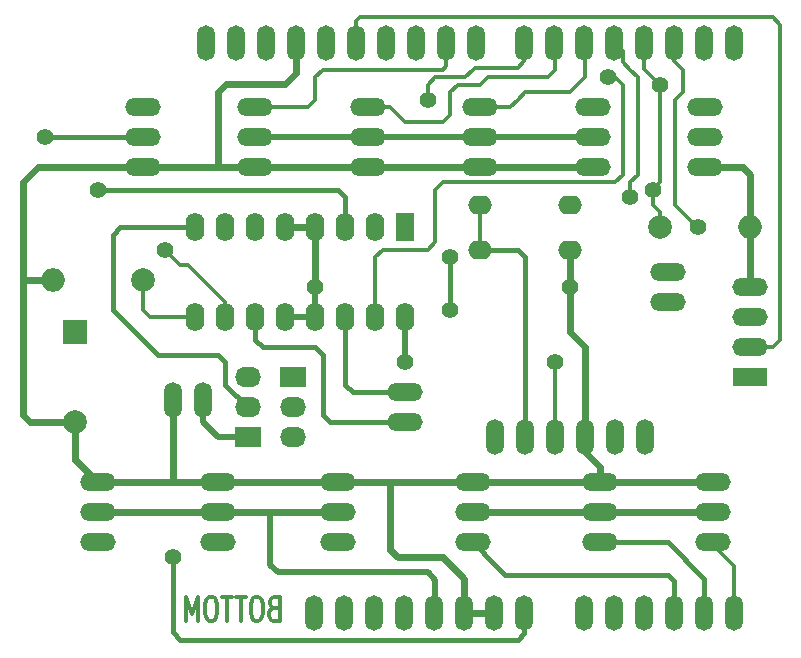
<source format=gbr>
G04 #@! TF.FileFunction,Copper,L2,Bot,Signal*
%FSLAX46Y46*%
G04 Gerber Fmt 4.6, Leading zero omitted, Abs format (unit mm)*
G04 Created by KiCad (PCBNEW 4.0.4-stable) date 06/07/18 19:23:55*
%MOMM*%
%LPD*%
G01*
G04 APERTURE LIST*
%ADD10C,0.100000*%
%ADD11C,0.300000*%
%ADD12O,3.010000X1.510000*%
%ADD13O,1.510000X3.000000*%
%ADD14R,1.600000X2.400000*%
%ADD15O,1.600000X2.400000*%
%ADD16R,2.000000X2.000000*%
%ADD17C,2.000000*%
%ADD18R,3.000000X1.510000*%
%ADD19O,3.000000X1.510000*%
%ADD20O,1.510000X3.010000*%
%ADD21O,2.000000X1.600000*%
%ADD22O,2.000000X2.000000*%
%ADD23R,2.200000X1.700000*%
%ADD24O,2.200000X1.700000*%
%ADD25C,1.400000*%
%ADD26C,0.508000*%
%ADD27C,0.406400*%
%ADD28C,0.609600*%
%ADD29C,0.304800*%
G04 APERTURE END LIST*
D10*
D11*
X138719286Y-128759857D02*
X138505000Y-128856619D01*
X138433572Y-128953381D01*
X138362143Y-129146905D01*
X138362143Y-129437190D01*
X138433572Y-129630714D01*
X138505000Y-129727476D01*
X138647858Y-129824238D01*
X139219286Y-129824238D01*
X139219286Y-127792238D01*
X138719286Y-127792238D01*
X138576429Y-127889000D01*
X138505000Y-127985762D01*
X138433572Y-128179286D01*
X138433572Y-128372810D01*
X138505000Y-128566333D01*
X138576429Y-128663095D01*
X138719286Y-128759857D01*
X139219286Y-128759857D01*
X137433572Y-127792238D02*
X137147858Y-127792238D01*
X137005000Y-127889000D01*
X136862143Y-128082524D01*
X136790715Y-128469571D01*
X136790715Y-129146905D01*
X136862143Y-129533952D01*
X137005000Y-129727476D01*
X137147858Y-129824238D01*
X137433572Y-129824238D01*
X137576429Y-129727476D01*
X137719286Y-129533952D01*
X137790715Y-129146905D01*
X137790715Y-128469571D01*
X137719286Y-128082524D01*
X137576429Y-127889000D01*
X137433572Y-127792238D01*
X136362143Y-127792238D02*
X135505000Y-127792238D01*
X135933571Y-129824238D02*
X135933571Y-127792238D01*
X135219286Y-127792238D02*
X134362143Y-127792238D01*
X134790714Y-129824238D02*
X134790714Y-127792238D01*
X133576429Y-127792238D02*
X133290715Y-127792238D01*
X133147857Y-127889000D01*
X133005000Y-128082524D01*
X132933572Y-128469571D01*
X132933572Y-129146905D01*
X133005000Y-129533952D01*
X133147857Y-129727476D01*
X133290715Y-129824238D01*
X133576429Y-129824238D01*
X133719286Y-129727476D01*
X133862143Y-129533952D01*
X133933572Y-129146905D01*
X133933572Y-128469571D01*
X133862143Y-128082524D01*
X133719286Y-127889000D01*
X133576429Y-127792238D01*
X132290714Y-129824238D02*
X132290714Y-127792238D01*
X131790714Y-129243667D01*
X131290714Y-127792238D01*
X131290714Y-129824238D01*
D12*
X172085000Y-102870000D03*
X172085000Y-100330000D03*
X149860000Y-113030000D03*
X149860000Y-110490000D03*
D13*
X142151100Y-129133600D03*
X147231100Y-129133600D03*
X149771100Y-129133600D03*
X152311100Y-129133600D03*
X154851100Y-129133600D03*
X157391100Y-129133600D03*
X159931100Y-129133600D03*
X165011100Y-129133600D03*
X175171100Y-129133600D03*
X177711100Y-129133600D03*
X177711100Y-80873600D03*
X140627100Y-80873600D03*
X138087100Y-80873600D03*
X135547100Y-80873600D03*
X133007100Y-80873600D03*
X144691100Y-129133600D03*
X167551100Y-129133600D03*
X170091100Y-129133600D03*
X172631100Y-129133600D03*
X175171100Y-80873600D03*
X172631100Y-80873600D03*
X170091100Y-80873600D03*
X167551100Y-80873600D03*
X165011100Y-80873600D03*
X162471100Y-80873600D03*
X159931100Y-80873600D03*
X155867100Y-80873600D03*
X153327100Y-80873600D03*
X150787100Y-80873600D03*
X148247100Y-80873600D03*
X145707100Y-80873600D03*
X143167100Y-80873600D03*
D14*
X149860000Y-96520000D03*
D15*
X132080000Y-104140000D03*
X147320000Y-96520000D03*
X134620000Y-104140000D03*
X144780000Y-96520000D03*
X137160000Y-104140000D03*
X142240000Y-96520000D03*
X139700000Y-104140000D03*
X139700000Y-96520000D03*
X142240000Y-104140000D03*
X137160000Y-96520000D03*
X144780000Y-104140000D03*
X134620000Y-96520000D03*
X147320000Y-104140000D03*
X132080000Y-96520000D03*
X149860000Y-104140000D03*
D16*
X121920000Y-105410000D03*
D17*
X121920000Y-113010000D03*
D18*
X179070000Y-109220000D03*
D19*
X179070000Y-106680000D03*
X179070000Y-104140000D03*
X179070000Y-101600000D03*
D20*
X170180000Y-114300000D03*
X167640000Y-114300000D03*
X165100000Y-114300000D03*
X162560000Y-114300000D03*
X160020000Y-114300000D03*
X157480000Y-114300000D03*
D21*
X156210000Y-98425000D03*
X163830000Y-98425000D03*
X163830000Y-94615000D03*
X156210000Y-94615000D03*
D12*
X123825000Y-123190000D03*
X123825000Y-120650000D03*
X123825000Y-118110000D03*
X133985000Y-123190000D03*
X133985000Y-120650000D03*
X133985000Y-118110000D03*
X144145000Y-123190000D03*
X144145000Y-120650000D03*
X144145000Y-118110000D03*
X155575000Y-123190000D03*
X155575000Y-120650000D03*
X155575000Y-118110000D03*
X166370000Y-123190000D03*
X166370000Y-120650000D03*
X166370000Y-118110000D03*
X175895000Y-123190000D03*
X175895000Y-120650000D03*
X175895000Y-118110000D03*
D17*
X171450000Y-96520000D03*
D22*
X179070000Y-96520000D03*
D17*
X127635000Y-100965000D03*
D22*
X120015000Y-100965000D03*
D12*
X156210000Y-86360000D03*
X156210000Y-88900000D03*
X156210000Y-91440000D03*
X146685000Y-86360000D03*
X146685000Y-88900000D03*
X146685000Y-91440000D03*
X137160000Y-86360000D03*
X137160000Y-88900000D03*
X137160000Y-91440000D03*
X127635000Y-86360000D03*
X127635000Y-88900000D03*
X127635000Y-91440000D03*
X165735000Y-86360000D03*
X165735000Y-88900000D03*
X165735000Y-91440000D03*
X175260000Y-86360000D03*
X175260000Y-88900000D03*
X175260000Y-91440000D03*
D23*
X140335000Y-109220000D03*
D24*
X140335000Y-111760000D03*
X140335000Y-114300000D03*
D20*
X132715000Y-111125000D03*
X130175000Y-111125000D03*
D23*
X136525000Y-114300000D03*
D24*
X136525000Y-111760000D03*
X136525000Y-109220000D03*
D25*
X119380000Y-88900000D03*
X149860000Y-107950000D03*
X130175000Y-124460000D03*
X142240000Y-101600000D03*
X163830000Y-101600000D03*
X123825000Y-93345000D03*
X153670000Y-103505000D03*
X153670000Y-99060000D03*
X168910000Y-93980000D03*
X151765000Y-85725000D03*
X129540000Y-98425000D03*
X167005000Y-83820000D03*
X162560000Y-107950000D03*
X174625000Y-96520000D03*
X170815000Y-93345000D03*
X171450000Y-84455000D03*
D26*
X156210000Y-88900000D02*
X165735000Y-88900000D01*
X138430000Y-120650000D02*
X138430000Y-122555000D01*
X152400000Y-126365000D02*
X152400000Y-129044700D01*
X151765000Y-125730000D02*
X152400000Y-126365000D01*
X139065000Y-125730000D02*
X151765000Y-125730000D01*
X138430000Y-125095000D02*
X139065000Y-125730000D01*
X138430000Y-122555000D02*
X138430000Y-125095000D01*
D27*
X119380000Y-88900000D02*
X127635000Y-88900000D01*
D26*
X146685000Y-88900000D02*
X137160000Y-88900000D01*
X156210000Y-88900000D02*
X146685000Y-88900000D01*
D27*
X152400000Y-129044700D02*
X152311100Y-129133600D01*
D26*
X149860000Y-104140000D02*
X149860000Y-106680000D01*
X149860000Y-106680000D02*
X149860000Y-107950000D01*
D28*
X154940000Y-88900000D02*
X156210000Y-88900000D01*
X123825000Y-120650000D02*
X128270000Y-120650000D01*
X128270000Y-120650000D02*
X133985000Y-120650000D01*
X166370000Y-120650000D02*
X175895000Y-120650000D01*
X155575000Y-120650000D02*
X161925000Y-120650000D01*
X161925000Y-120650000D02*
X166370000Y-120650000D01*
X144780000Y-120650000D02*
X138430000Y-120650000D01*
X138430000Y-120650000D02*
X133985000Y-120650000D01*
D27*
X155486100Y-120650000D02*
X155575000Y-120650000D01*
X127000000Y-96520000D02*
X125730000Y-96520000D01*
X132080000Y-96520000D02*
X127000000Y-96520000D01*
X134620000Y-109855000D02*
X136525000Y-111760000D01*
X134620000Y-107950000D02*
X134620000Y-109855000D01*
X133985000Y-107315000D02*
X134620000Y-107950000D01*
X128905000Y-107315000D02*
X133985000Y-107315000D01*
X125095000Y-103505000D02*
X128905000Y-107315000D01*
X125095000Y-97155000D02*
X125095000Y-103505000D01*
X125730000Y-96520000D02*
X125095000Y-97155000D01*
X159931100Y-130721100D02*
X159931100Y-130898900D01*
X159931100Y-130898900D02*
X159385000Y-131445000D01*
X159385000Y-131445000D02*
X130810000Y-131445000D01*
X130810000Y-131445000D02*
X130175000Y-130810000D01*
X130175000Y-130810000D02*
X130175000Y-124460000D01*
X159931100Y-130721100D02*
X159931100Y-129133600D01*
D28*
X179070000Y-96520000D02*
X179070000Y-101600000D01*
X130175000Y-111125000D02*
X130175000Y-118110000D01*
X121920000Y-113010000D02*
X121920000Y-116205000D01*
X121920000Y-116205000D02*
X123825000Y-118110000D01*
X154851100Y-126365000D02*
X154851100Y-126276100D01*
X154851100Y-126276100D02*
X153035000Y-124460000D01*
X148590000Y-120015000D02*
X148590000Y-118110000D01*
X148590000Y-123825000D02*
X148590000Y-120015000D01*
X149225000Y-124460000D02*
X148590000Y-123825000D01*
X153035000Y-124460000D02*
X149225000Y-124460000D01*
X154851100Y-129133600D02*
X154851100Y-126365000D01*
X175260000Y-91440000D02*
X178435000Y-91440000D01*
X179070000Y-92075000D02*
X179070000Y-96520000D01*
X178435000Y-91440000D02*
X179070000Y-92075000D01*
X165100000Y-114300000D02*
X165100000Y-106680000D01*
X163830000Y-105410000D02*
X163830000Y-101600000D01*
X165100000Y-106680000D02*
X163830000Y-105410000D01*
X163830000Y-101600000D02*
X163830000Y-98425000D01*
X156210000Y-91440000D02*
X165735000Y-91440000D01*
X117475000Y-104140000D02*
X117475000Y-112395000D01*
X117475000Y-100965000D02*
X117475000Y-104140000D01*
X118090000Y-113010000D02*
X121920000Y-113010000D01*
X117475000Y-112395000D02*
X118090000Y-113010000D01*
X133985000Y-118110000D02*
X144145000Y-118110000D01*
X166370000Y-118110000D02*
X175895000Y-118110000D01*
X165100000Y-114300000D02*
X165100000Y-115570000D01*
X165100000Y-115570000D02*
X166370000Y-116840000D01*
X166370000Y-116840000D02*
X166370000Y-118110000D01*
X155575000Y-118110000D02*
X166370000Y-118110000D01*
X144145000Y-118110000D02*
X148590000Y-118110000D01*
X148590000Y-118110000D02*
X151765000Y-118110000D01*
X151765000Y-118110000D02*
X155575000Y-118110000D01*
X133985000Y-118110000D02*
X130175000Y-118110000D01*
X130175000Y-118110000D02*
X123825000Y-118110000D01*
X120015000Y-100965000D02*
X117475000Y-100965000D01*
X117475000Y-100965000D02*
X117475000Y-92710000D01*
X117475000Y-92710000D02*
X118745000Y-91440000D01*
X118745000Y-91440000D02*
X127635000Y-91440000D01*
X133985000Y-91440000D02*
X133985000Y-85090000D01*
X140627100Y-83477100D02*
X140627100Y-80873600D01*
X140627100Y-83477100D02*
X139700000Y-84404200D01*
X139700000Y-84404200D02*
X134670800Y-84404200D01*
X134670800Y-84404200D02*
X133985000Y-85090000D01*
X137160000Y-91440000D02*
X133985000Y-91440000D01*
X133985000Y-91440000D02*
X127635000Y-91440000D01*
X146685000Y-91440000D02*
X137160000Y-91440000D01*
X156210000Y-91440000D02*
X146685000Y-91440000D01*
D26*
X142240000Y-104140000D02*
X139700000Y-104140000D01*
X142240000Y-101600000D02*
X142240000Y-104140000D01*
D28*
X142240000Y-96520000D02*
X142240000Y-101600000D01*
X139700000Y-96520000D02*
X142240000Y-96520000D01*
X154851100Y-129133600D02*
X157391100Y-129133600D01*
D27*
X172631100Y-129133600D02*
X172631100Y-126453900D01*
X157480000Y-125095000D02*
X155575000Y-123190000D01*
X158292800Y-125907800D02*
X157480000Y-125095000D01*
X172085000Y-125907800D02*
X158292800Y-125907800D01*
X172631100Y-126453900D02*
X172085000Y-125907800D01*
D29*
X181610000Y-83820000D02*
X181610000Y-79375000D01*
X145707100Y-79082900D02*
X146050000Y-78740000D01*
X146050000Y-78740000D02*
X180340000Y-78740000D01*
X181610000Y-83820000D02*
X181610000Y-106045000D01*
X181610000Y-106045000D02*
X180975000Y-106680000D01*
X179070000Y-106680000D02*
X180975000Y-106680000D01*
X145707100Y-79082900D02*
X145707100Y-80873600D01*
X180975000Y-78740000D02*
X180340000Y-78740000D01*
X181610000Y-79375000D02*
X180975000Y-78740000D01*
D27*
X148247100Y-79717900D02*
X148247100Y-80873600D01*
X147955000Y-80581500D02*
X148247100Y-80873600D01*
X144780000Y-96520000D02*
X144780000Y-93980000D01*
X123825000Y-93345000D02*
X144145000Y-93345000D01*
X144145000Y-93345000D02*
X144780000Y-93980000D01*
X153670000Y-99060000D02*
X153670000Y-103505000D01*
X140970000Y-106680000D02*
X141605000Y-106680000D01*
X141605000Y-106680000D02*
X142240000Y-106680000D01*
X142240000Y-106680000D02*
X142875000Y-107315000D01*
X142875000Y-107315000D02*
X142875000Y-112395000D01*
X142875000Y-112395000D02*
X143510000Y-113030000D01*
X143510000Y-113030000D02*
X149860000Y-113030000D01*
X137160000Y-104140000D02*
X137160000Y-106045000D01*
X137795000Y-106680000D02*
X137160000Y-106045000D01*
X140970000Y-106680000D02*
X137795000Y-106680000D01*
X144780000Y-106680000D02*
X144780000Y-109855000D01*
X144780000Y-109855000D02*
X145415000Y-110490000D01*
X145415000Y-110490000D02*
X149860000Y-110490000D01*
X144780000Y-104140000D02*
X144780000Y-106680000D01*
D29*
X168910000Y-83185000D02*
X169545000Y-83820000D01*
X168910000Y-83185000D02*
X168275000Y-82550000D01*
X168275000Y-81597500D02*
X168275000Y-82550000D01*
X168910000Y-92710000D02*
X168910000Y-93980000D01*
X169545000Y-92075000D02*
X168910000Y-92710000D01*
X169545000Y-83820000D02*
X169545000Y-92075000D01*
X168275000Y-81597500D02*
X167551100Y-80873600D01*
X129540000Y-98425000D02*
X130810000Y-99695000D01*
X152400000Y-83820000D02*
X154940000Y-83820000D01*
X151765000Y-84455000D02*
X152400000Y-83820000D01*
X155752800Y-83007200D02*
X155575000Y-83185000D01*
X159385000Y-83007200D02*
X155752800Y-83007200D01*
X159931100Y-82461100D02*
X159385000Y-83007200D01*
X159931100Y-80873600D02*
X159931100Y-82461100D01*
X134620000Y-102870000D02*
X133350000Y-101600000D01*
X134620000Y-102870000D02*
X134620000Y-104140000D01*
X154940000Y-83820000D02*
X155575000Y-83185000D01*
X151765000Y-85725000D02*
X151765000Y-84455000D01*
X131445000Y-99695000D02*
X133350000Y-101600000D01*
X130810000Y-99695000D02*
X131445000Y-99695000D01*
X167005000Y-92710000D02*
X167640000Y-92710000D01*
X150495000Y-98425000D02*
X151765000Y-98425000D01*
X147320000Y-99060000D02*
X147955000Y-98425000D01*
X147955000Y-98425000D02*
X150495000Y-98425000D01*
X147320000Y-99060000D02*
X147320000Y-104140000D01*
X153035000Y-92710000D02*
X167005000Y-92710000D01*
X152400000Y-93345000D02*
X153035000Y-92710000D01*
X152400000Y-96520000D02*
X152400000Y-93345000D01*
X152400000Y-97790000D02*
X152400000Y-96520000D01*
X151765000Y-98425000D02*
X152400000Y-97790000D01*
X167640000Y-83820000D02*
X167005000Y-83820000D01*
X168275000Y-84455000D02*
X167640000Y-83820000D01*
X168275000Y-91440000D02*
X168275000Y-84455000D01*
X168275000Y-92075000D02*
X168275000Y-91440000D01*
X167640000Y-92710000D02*
X168275000Y-92075000D01*
D27*
X166370000Y-123190000D02*
X172085000Y-123190000D01*
X175171100Y-126276100D02*
X175171100Y-129133600D01*
X172085000Y-123190000D02*
X175171100Y-126276100D01*
D29*
X177711100Y-129133600D02*
X177711100Y-125183900D01*
X177711100Y-125183900D02*
X175895000Y-123367800D01*
X175895000Y-123367800D02*
X175895000Y-123190000D01*
D27*
X175895000Y-123367800D02*
X175895000Y-123190000D01*
X175806100Y-123278900D02*
X175895000Y-123190000D01*
X156210000Y-98425000D02*
X159385000Y-98425000D01*
X160020000Y-100330000D02*
X160020000Y-114300000D01*
X160020000Y-99060000D02*
X160020000Y-100330000D01*
X159385000Y-98425000D02*
X160020000Y-99060000D01*
D29*
X156210000Y-95250000D02*
X156210000Y-98425000D01*
D27*
X177800000Y-80962500D02*
X177711100Y-80873600D01*
D29*
X162560000Y-114300000D02*
X162560000Y-107950000D01*
X172720000Y-94615000D02*
X173990000Y-95885000D01*
X172631100Y-82461100D02*
X173355000Y-83185000D01*
X173355000Y-83185000D02*
X173355000Y-85090000D01*
X173355000Y-85090000D02*
X172720000Y-85725000D01*
X172720000Y-85725000D02*
X172720000Y-94615000D01*
X174625000Y-96520000D02*
X173990000Y-95885000D01*
X172631100Y-82461100D02*
X172631100Y-80873600D01*
X174536100Y-96431100D02*
X174625000Y-96520000D01*
X170815000Y-93345000D02*
X170815000Y-94615000D01*
X170815000Y-93345000D02*
X171450000Y-92710000D01*
X171450000Y-84455000D02*
X171450000Y-92710000D01*
X171450000Y-95250000D02*
X171450000Y-96520000D01*
X170815000Y-94615000D02*
X171450000Y-95250000D01*
X170091100Y-82461100D02*
X170091100Y-83096100D01*
X170091100Y-80873600D02*
X170091100Y-82461100D01*
X170091100Y-83096100D02*
X171450000Y-84455000D01*
X156210000Y-86360000D02*
X158750000Y-86360000D01*
X165100000Y-83820000D02*
X165100000Y-80962500D01*
X163830000Y-85090000D02*
X165100000Y-83820000D01*
X160020000Y-85090000D02*
X163830000Y-85090000D01*
X159385000Y-85725000D02*
X160020000Y-85090000D01*
X158750000Y-86360000D02*
X159385000Y-85725000D01*
X165100000Y-80962500D02*
X165011100Y-80873600D01*
X127635000Y-100965000D02*
X127635000Y-103505000D01*
X128270000Y-104140000D02*
X132080000Y-104140000D01*
X127635000Y-103505000D02*
X128270000Y-104140000D01*
D27*
X156121100Y-86271100D02*
X156210000Y-86360000D01*
D29*
X153035000Y-87630000D02*
X153670000Y-86995000D01*
X158115000Y-83820000D02*
X161925000Y-83820000D01*
X161925000Y-83820000D02*
X162560000Y-83185000D01*
X162560000Y-80962500D02*
X162560000Y-83185000D01*
X156845000Y-83820000D02*
X158115000Y-83820000D01*
X153035000Y-87630000D02*
X149860000Y-87630000D01*
X148590000Y-86360000D02*
X146685000Y-86360000D01*
X149860000Y-87630000D02*
X148590000Y-86360000D01*
X156210000Y-84455000D02*
X156845000Y-83820000D01*
X154305000Y-84455000D02*
X156210000Y-84455000D01*
X153670000Y-85090000D02*
X154305000Y-84455000D01*
X153670000Y-86995000D02*
X153670000Y-85090000D01*
X162560000Y-80962500D02*
X162471100Y-80873600D01*
D27*
X162560000Y-80962500D02*
X162471100Y-80873600D01*
D29*
X137160000Y-86360000D02*
X140970000Y-86360000D01*
X153327100Y-82892900D02*
X153327100Y-80873600D01*
X153035000Y-83185000D02*
X153327100Y-82892900D01*
X142875000Y-83185000D02*
X153035000Y-83185000D01*
X142240000Y-83820000D02*
X142875000Y-83185000D01*
X142240000Y-85725000D02*
X142240000Y-83820000D01*
X141605000Y-86360000D02*
X142240000Y-85725000D01*
X140970000Y-86360000D02*
X141605000Y-86360000D01*
D27*
X138430000Y-86360000D02*
X137160000Y-86360000D01*
D26*
X132715000Y-111125000D02*
X132715000Y-113030000D01*
X133985000Y-114300000D02*
X136525000Y-114300000D01*
X132715000Y-113030000D02*
X133985000Y-114300000D01*
M02*

</source>
